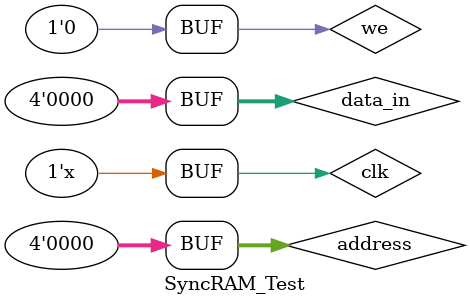
<source format=v>
`timescale 1ns / 1ps

module SyncRAM_Test;

	// Inputs
	reg clk;
	reg we;
	reg [3:0] address;
	reg [3:0] data_in;

	// Outputs
	wire [3:0] data_out;

	// Instantiate the Unit Under Test (UUT)
	SyncRAM uut (
		.clk(clk), 
		.we(we), 
		.address(address), 
		.data_in(data_in), 
		.data_out(data_out)
	);

	initial begin
		// Initialize Inputs
		clk = 0;
		we = 0;
		address = 0;
		data_in = 0;

		// Wait 100 ns for global reset to finish
		#100;
        
		// Add stimulus here
		address = 8;
		we = 1;
		data_in = 10;
		#100
		we = 0;
		address = 0;
		data_in = 0;
		#100
		address = 8;
		#100
		address = 0;

	end
	
	always
	begin
		#100
		clk = !clk;
	end
      
endmodule


</source>
